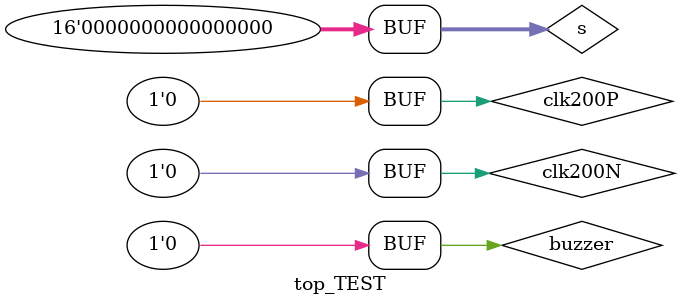
<source format=v>
`timescale 1ns / 1ps


module top_TEST;

	// Inputs
	reg clk200P;
	reg clk200N;
	reg [15:0] s;
	reg buzzer;

	// Outputs
	wire SEGCLK;
	wire SEGCLR;
	wire SEGDT;
	wire SEGEN;

	// Instantiate the Unit Under Test (UUT)
	Top uut (
		.clk200P(clk200P), 
		.clk200N(clk200N), 
		.s(s), 
		.buzzer(buzzer), 
		.SEGCLK(SEGCLK), 
		.SEGCLR(SEGCLR), 
		.SEGDT(SEGDT), 
		.SEGEN(SEGEN)
	);

	initial begin
		// Initialize Inputs
		clk200P = 0;
		clk200N = 0;
		s = 0;
		buzzer = 0;

		// Wait 100 ns for global reset to finish
		#100;
        
		// Add stimulus here

	end
      
endmodule


</source>
